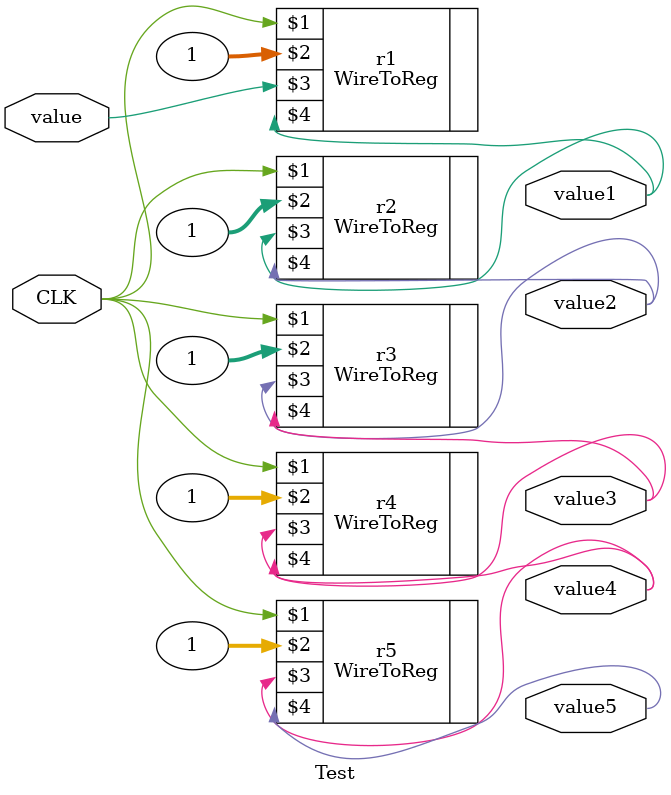
<source format=v>
`timescale 1ns / 1ps
module Test(
    input CLK,
	 input value,
	 output value1,
	 output value2,
	 output value3,
	 output value4,
	 output value5
    );

	WireToReg r1(CLK, 1, value, value1);
	WireToReg r2(CLK, 1, value1, value2);
	WireToReg r3(CLK, 1, value2, value3);
	WireToReg r4(CLK, 1, value3, value4);
	WireToReg r5(CLK, 1, value4, value5);


endmodule

</source>
